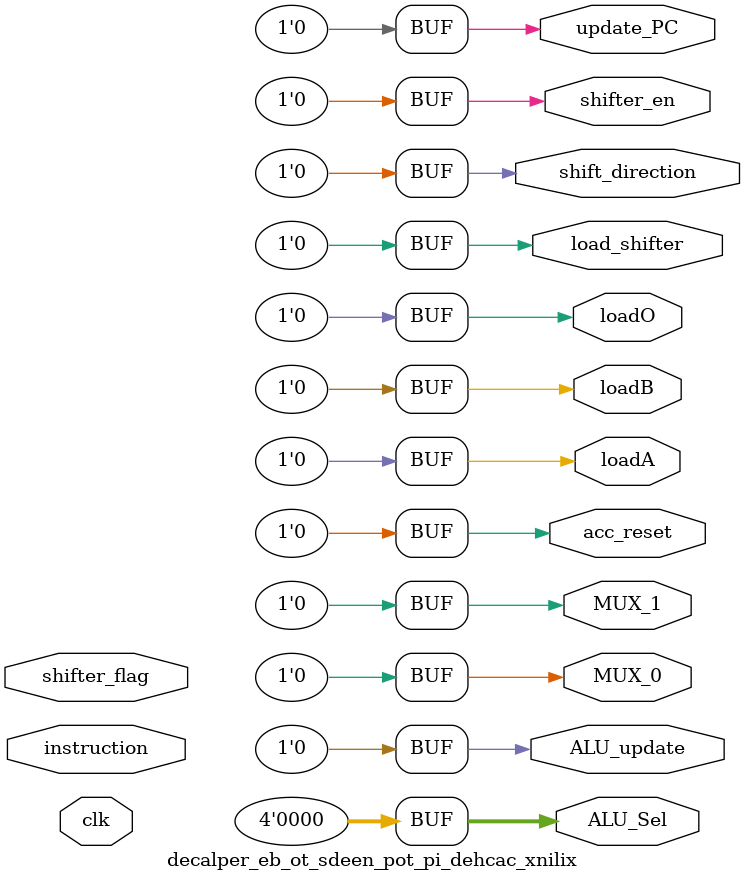
<source format=v>
module decalper_eb_ot_sdeen_pot_pi_dehcac_xnilix(	// file.cleaned.mlir:2:3
  input  [3:0] instruction,	// file.cleaned.mlir:2:59
  input        clk,	// file.cleaned.mlir:2:81
               shifter_flag,	// file.cleaned.mlir:2:95
  output       loadA,	// file.cleaned.mlir:2:119
               loadB,	// file.cleaned.mlir:2:135
               loadO,	// file.cleaned.mlir:2:151
               MUX_0,	// file.cleaned.mlir:2:167
               MUX_1,	// file.cleaned.mlir:2:183
               shift_direction,	// file.cleaned.mlir:2:199
               shifter_en,	// file.cleaned.mlir:2:225
               load_shifter,	// file.cleaned.mlir:2:246
  output [3:0] ALU_Sel,	// file.cleaned.mlir:2:269
  output       ALU_update,	// file.cleaned.mlir:2:287
               update_PC,	// file.cleaned.mlir:2:308
               acc_reset	// file.cleaned.mlir:2:328
);

  assign loadA = 1'h0;	// file.cleaned.mlir:3:14, :5:5
  assign loadB = 1'h0;	// file.cleaned.mlir:3:14, :5:5
  assign loadO = 1'h0;	// file.cleaned.mlir:3:14, :5:5
  assign MUX_0 = 1'h0;	// file.cleaned.mlir:3:14, :5:5
  assign MUX_1 = 1'h0;	// file.cleaned.mlir:3:14, :5:5
  assign shift_direction = 1'h0;	// file.cleaned.mlir:3:14, :5:5
  assign shifter_en = 1'h0;	// file.cleaned.mlir:3:14, :5:5
  assign load_shifter = 1'h0;	// file.cleaned.mlir:3:14, :5:5
  assign ALU_Sel = 4'h0;	// file.cleaned.mlir:4:14, :5:5
  assign ALU_update = 1'h0;	// file.cleaned.mlir:3:14, :5:5
  assign update_PC = 1'h0;	// file.cleaned.mlir:3:14, :5:5
  assign acc_reset = 1'h0;	// file.cleaned.mlir:3:14, :5:5
endmodule


</source>
